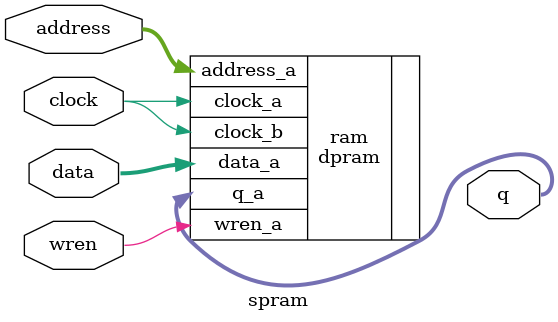
<source format=v>

module spram #(parameter ADDRWIDTH=8, DATAWIDTH=8)
(
	input	                 clock,
	input	 [ADDRWIDTH-1:0] address,
	input	 [DATAWIDTH-1:0] data,
	input	                 wren,
	output [DATAWIDTH-1:0] q
);

dpram #(ADDRWIDTH, DATAWIDTH) ram
(
	.clock_a(clock),
	.clock_b(clock),
	.address_a(address),
	.data_a(data),
	.wren_a(wren),
	.q_a(q)
);

endmodule

</source>
